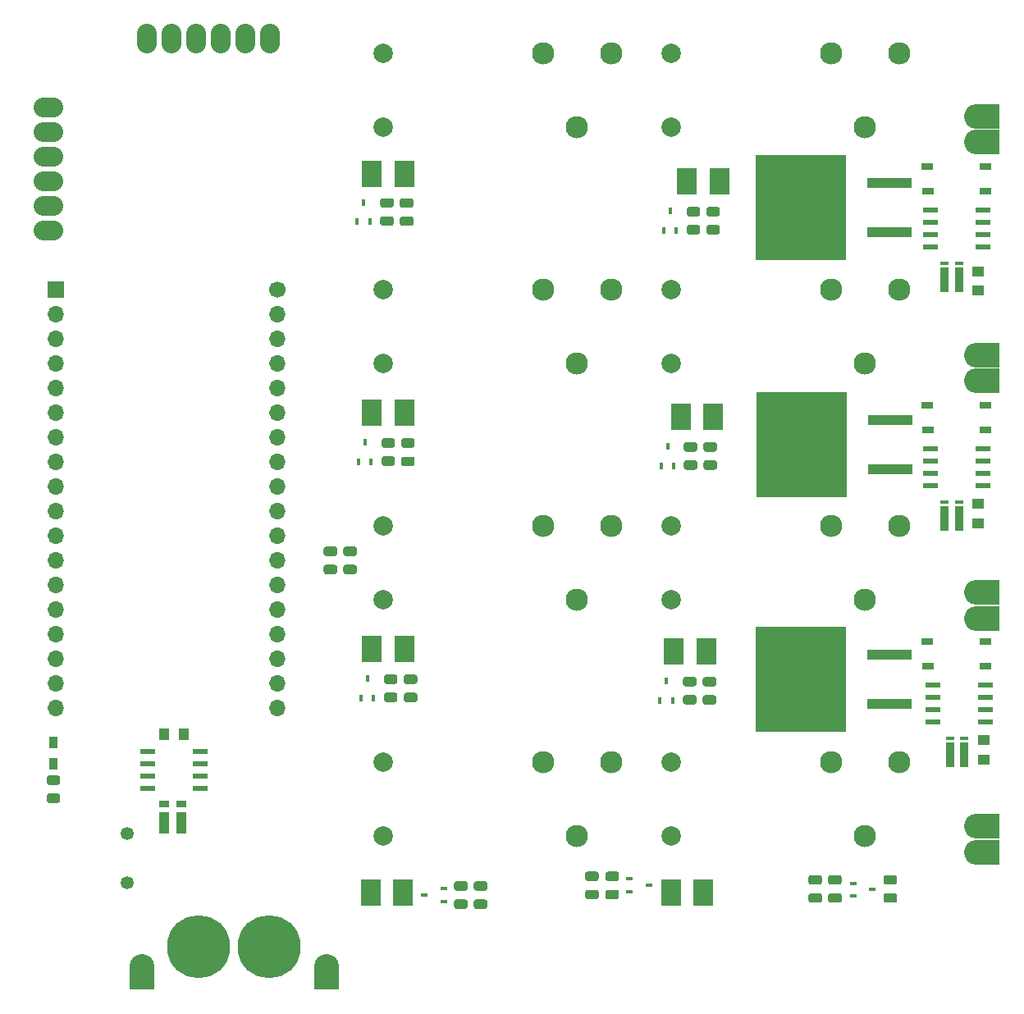
<source format=gbr>
%TF.GenerationSoftware,KiCad,Pcbnew,(5.1.9)-1*%
%TF.CreationDate,2021-06-30T11:05:27-04:00*%
%TF.ProjectId,charging_board_relay,63686172-6769-46e6-975f-626f6172645f,rev?*%
%TF.SameCoordinates,Original*%
%TF.FileFunction,Soldermask,Top*%
%TF.FilePolarity,Negative*%
%FSLAX46Y46*%
G04 Gerber Fmt 4.6, Leading zero omitted, Abs format (unit mm)*
G04 Created by KiCad (PCBNEW (5.1.9)-1) date 2021-06-30 11:05:27*
%MOMM*%
%LPD*%
G01*
G04 APERTURE LIST*
%ADD10R,1.200000X0.800000*%
%ADD11R,2.159000X2.743200*%
%ADD12C,2.000000*%
%ADD13C,2.300000*%
%ADD14R,1.000000X1.250000*%
%ADD15R,1.250000X1.000000*%
%ADD16R,0.900000X1.200000*%
%ADD17C,1.350000*%
%ADD18C,1.651000*%
%ADD19O,2.540000X3.556000*%
%ADD20R,2.540000X1.778000*%
%ADD21C,6.500000*%
%ADD22O,3.048000X2.032000*%
%ADD23O,2.032000X3.048000*%
%ADD24R,1.000000X2.320000*%
%ADD25R,1.000000X0.800000*%
%ADD26R,0.940000X2.650000*%
%ADD27R,0.940000X0.350000*%
%ADD28R,9.400000X10.800000*%
%ADD29R,4.600000X1.100000*%
%ADD30O,1.700000X1.700000*%
%ADD31R,1.700000X1.700000*%
%ADD32C,1.700000*%
%ADD33R,1.550000X0.600000*%
%ADD34O,3.556000X2.540000*%
%ADD35R,1.778000X2.540000*%
%ADD36R,0.450000X0.700000*%
%ADD37R,0.700000X0.450000*%
G04 APERTURE END LIST*
D10*
%TO.C,K9*%
X162718000Y-65786000D03*
X156718000Y-65786000D03*
X156749000Y-68326000D03*
X162718000Y-68326000D03*
%TD*%
%TO.C,K10*%
X162718000Y-90424000D03*
X156718000Y-90424000D03*
X156749000Y-92964000D03*
X162718000Y-92964000D03*
%TD*%
%TO.C,K11*%
X162718000Y-114808000D03*
X156718000Y-114808000D03*
X156749000Y-117348000D03*
X162718000Y-117348000D03*
%TD*%
D11*
%TO.C,D7*%
X130556000Y-115824000D03*
X133908800Y-115824000D03*
%TD*%
%TO.C,D3*%
X102768400Y-115570000D03*
X99415600Y-115570000D03*
%TD*%
%TO.C,R17*%
G36*
G01*
X134163750Y-69949000D02*
X135076250Y-69949000D01*
G75*
G02*
X135320000Y-70192750I0J-243750D01*
G01*
X135320000Y-70680250D01*
G75*
G02*
X135076250Y-70924000I-243750J0D01*
G01*
X134163750Y-70924000D01*
G75*
G02*
X133920000Y-70680250I0J243750D01*
G01*
X133920000Y-70192750D01*
G75*
G02*
X134163750Y-69949000I243750J0D01*
G01*
G37*
G36*
G01*
X134163750Y-71824000D02*
X135076250Y-71824000D01*
G75*
G02*
X135320000Y-72067750I0J-243750D01*
G01*
X135320000Y-72555250D01*
G75*
G02*
X135076250Y-72799000I-243750J0D01*
G01*
X134163750Y-72799000D01*
G75*
G02*
X133920000Y-72555250I0J243750D01*
G01*
X133920000Y-72067750D01*
G75*
G02*
X134163750Y-71824000I243750J0D01*
G01*
G37*
%TD*%
D12*
%TO.C,K3*%
X100584000Y-110490000D03*
X100584000Y-102890000D03*
D13*
X120584000Y-110490000D03*
X117084000Y-102890000D03*
X124084000Y-102890000D03*
%TD*%
D14*
%TO.C,C1*%
X77994000Y-124333000D03*
X79994000Y-124333000D03*
%TD*%
D15*
%TO.C,C2*%
X161925000Y-78597000D03*
X161925000Y-76597000D03*
%TD*%
%TO.C,C3*%
X161925000Y-102600000D03*
X161925000Y-100600000D03*
%TD*%
%TO.C,C4*%
X162560000Y-124984000D03*
X162560000Y-126984000D03*
%TD*%
D11*
%TO.C,D1*%
X102768400Y-66548000D03*
X99415600Y-66548000D03*
%TD*%
%TO.C,D2*%
X102768400Y-91186000D03*
X99415600Y-91186000D03*
%TD*%
%TO.C,D4*%
X99288600Y-140716000D03*
X102641400Y-140716000D03*
%TD*%
%TO.C,D5*%
X131927600Y-67310000D03*
X135280400Y-67310000D03*
%TD*%
%TO.C,D6*%
X131267200Y-91567000D03*
X134620000Y-91567000D03*
%TD*%
%TO.C,D8*%
X130276600Y-140716000D03*
X133629400Y-140716000D03*
%TD*%
D16*
%TO.C,D9*%
X66548000Y-125222000D03*
X66548000Y-127422000D03*
%TD*%
D17*
%TO.C,F1*%
X74168000Y-139700000D03*
X74168000Y-134620000D03*
%TD*%
D18*
%TO.C,J1*%
X75692000Y-148336000D03*
D19*
X75692000Y-148844000D03*
D20*
X75692000Y-149860000D03*
%TD*%
D21*
%TO.C,J2*%
X81534000Y-146304000D03*
X88784000Y-146304000D03*
%TD*%
D20*
%TO.C,J3*%
X94742000Y-149860000D03*
D19*
X94742000Y-148844000D03*
D18*
X94742000Y-148336000D03*
%TD*%
%TO.C,J4*%
X66040000Y-72390000D03*
X66040000Y-69850000D03*
D22*
X66040000Y-72390000D03*
X66040000Y-69850000D03*
X66040000Y-67310000D03*
D18*
X66040000Y-67310000D03*
D22*
X66040000Y-64770000D03*
D18*
X66040000Y-64770000D03*
D22*
X66040000Y-62230000D03*
D18*
X66040000Y-62230000D03*
D22*
X66040000Y-59690000D03*
D18*
X66040000Y-59690000D03*
%TD*%
%TO.C,J5*%
X88900000Y-52578000D03*
D23*
X88900000Y-52578000D03*
D18*
X86360000Y-52578000D03*
D23*
X86360000Y-52578000D03*
D18*
X83820000Y-52578000D03*
D23*
X83820000Y-52578000D03*
D18*
X81280000Y-52578000D03*
D23*
X81280000Y-52578000D03*
X78740000Y-52578000D03*
X76200000Y-52578000D03*
D18*
X78740000Y-52578000D03*
X76200000Y-52578000D03*
%TD*%
D13*
%TO.C,K1*%
X124084000Y-54122000D03*
X117084000Y-54122000D03*
X120584000Y-61722000D03*
D12*
X100584000Y-54122000D03*
X100584000Y-61722000D03*
%TD*%
D13*
%TO.C,K2*%
X124084000Y-78506000D03*
X117084000Y-78506000D03*
X120584000Y-86106000D03*
D12*
X100584000Y-78506000D03*
X100584000Y-86106000D03*
%TD*%
%TO.C,K4*%
X100584000Y-134874000D03*
X100584000Y-127274000D03*
D13*
X120584000Y-134874000D03*
X117084000Y-127274000D03*
X124084000Y-127274000D03*
%TD*%
%TO.C,K5*%
X153802000Y-54122000D03*
X146802000Y-54122000D03*
X150302000Y-61722000D03*
D12*
X130302000Y-54122000D03*
X130302000Y-61722000D03*
%TD*%
%TO.C,K7*%
X130302000Y-110490000D03*
X130302000Y-102890000D03*
D13*
X150302000Y-110490000D03*
X146802000Y-102890000D03*
X153802000Y-102890000D03*
%TD*%
D12*
%TO.C,K8*%
X130302000Y-134874000D03*
X130302000Y-127274000D03*
D13*
X150302000Y-134874000D03*
X146802000Y-127274000D03*
X153802000Y-127274000D03*
%TD*%
%TO.C,R2*%
G36*
G01*
X97611250Y-105976000D02*
X96698750Y-105976000D01*
G75*
G02*
X96455000Y-105732250I0J243750D01*
G01*
X96455000Y-105244750D01*
G75*
G02*
X96698750Y-105001000I243750J0D01*
G01*
X97611250Y-105001000D01*
G75*
G02*
X97855000Y-105244750I0J-243750D01*
G01*
X97855000Y-105732250D01*
G75*
G02*
X97611250Y-105976000I-243750J0D01*
G01*
G37*
G36*
G01*
X97611250Y-107851000D02*
X96698750Y-107851000D01*
G75*
G02*
X96455000Y-107607250I0J243750D01*
G01*
X96455000Y-107119750D01*
G75*
G02*
X96698750Y-106876000I243750J0D01*
G01*
X97611250Y-106876000D01*
G75*
G02*
X97855000Y-107119750I0J-243750D01*
G01*
X97855000Y-107607250D01*
G75*
G02*
X97611250Y-107851000I-243750J0D01*
G01*
G37*
%TD*%
%TO.C,R3*%
G36*
G01*
X95579250Y-107851000D02*
X94666750Y-107851000D01*
G75*
G02*
X94423000Y-107607250I0J243750D01*
G01*
X94423000Y-107119750D01*
G75*
G02*
X94666750Y-106876000I243750J0D01*
G01*
X95579250Y-106876000D01*
G75*
G02*
X95823000Y-107119750I0J-243750D01*
G01*
X95823000Y-107607250D01*
G75*
G02*
X95579250Y-107851000I-243750J0D01*
G01*
G37*
G36*
G01*
X95579250Y-105976000D02*
X94666750Y-105976000D01*
G75*
G02*
X94423000Y-105732250I0J243750D01*
G01*
X94423000Y-105244750D01*
G75*
G02*
X94666750Y-105001000I243750J0D01*
G01*
X95579250Y-105001000D01*
G75*
G02*
X95823000Y-105244750I0J-243750D01*
G01*
X95823000Y-105732250D01*
G75*
G02*
X95579250Y-105976000I-243750J0D01*
G01*
G37*
%TD*%
D24*
%TO.C,R4*%
X78006000Y-133512000D03*
X79756000Y-133512000D03*
D25*
X78006000Y-131572000D03*
X79756000Y-131572000D03*
%TD*%
%TO.C,R9*%
G36*
G01*
X102540750Y-69060000D02*
X103453250Y-69060000D01*
G75*
G02*
X103697000Y-69303750I0J-243750D01*
G01*
X103697000Y-69791250D01*
G75*
G02*
X103453250Y-70035000I-243750J0D01*
G01*
X102540750Y-70035000D01*
G75*
G02*
X102297000Y-69791250I0J243750D01*
G01*
X102297000Y-69303750D01*
G75*
G02*
X102540750Y-69060000I243750J0D01*
G01*
G37*
G36*
G01*
X102540750Y-70935000D02*
X103453250Y-70935000D01*
G75*
G02*
X103697000Y-71178750I0J-243750D01*
G01*
X103697000Y-71666250D01*
G75*
G02*
X103453250Y-71910000I-243750J0D01*
G01*
X102540750Y-71910000D01*
G75*
G02*
X102297000Y-71666250I0J243750D01*
G01*
X102297000Y-71178750D01*
G75*
G02*
X102540750Y-70935000I243750J0D01*
G01*
G37*
%TD*%
%TO.C,R10*%
G36*
G01*
X102667750Y-93837700D02*
X103580250Y-93837700D01*
G75*
G02*
X103824000Y-94081450I0J-243750D01*
G01*
X103824000Y-94568950D01*
G75*
G02*
X103580250Y-94812700I-243750J0D01*
G01*
X102667750Y-94812700D01*
G75*
G02*
X102424000Y-94568950I0J243750D01*
G01*
X102424000Y-94081450D01*
G75*
G02*
X102667750Y-93837700I243750J0D01*
G01*
G37*
G36*
G01*
X102667750Y-95712700D02*
X103580250Y-95712700D01*
G75*
G02*
X103824000Y-95956450I0J-243750D01*
G01*
X103824000Y-96443950D01*
G75*
G02*
X103580250Y-96687700I-243750J0D01*
G01*
X102667750Y-96687700D01*
G75*
G02*
X102424000Y-96443950I0J243750D01*
G01*
X102424000Y-95956450D01*
G75*
G02*
X102667750Y-95712700I243750J0D01*
G01*
G37*
%TD*%
%TO.C,R11*%
G36*
G01*
X102947150Y-118211300D02*
X103859650Y-118211300D01*
G75*
G02*
X104103400Y-118455050I0J-243750D01*
G01*
X104103400Y-118942550D01*
G75*
G02*
X103859650Y-119186300I-243750J0D01*
G01*
X102947150Y-119186300D01*
G75*
G02*
X102703400Y-118942550I0J243750D01*
G01*
X102703400Y-118455050D01*
G75*
G02*
X102947150Y-118211300I243750J0D01*
G01*
G37*
G36*
G01*
X102947150Y-120086300D02*
X103859650Y-120086300D01*
G75*
G02*
X104103400Y-120330050I0J-243750D01*
G01*
X104103400Y-120817550D01*
G75*
G02*
X103859650Y-121061300I-243750J0D01*
G01*
X102947150Y-121061300D01*
G75*
G02*
X102703400Y-120817550I0J243750D01*
G01*
X102703400Y-120330050D01*
G75*
G02*
X102947150Y-120086300I243750J0D01*
G01*
G37*
%TD*%
%TO.C,R12*%
G36*
G01*
X110160750Y-139545000D02*
X111073250Y-139545000D01*
G75*
G02*
X111317000Y-139788750I0J-243750D01*
G01*
X111317000Y-140276250D01*
G75*
G02*
X111073250Y-140520000I-243750J0D01*
G01*
X110160750Y-140520000D01*
G75*
G02*
X109917000Y-140276250I0J243750D01*
G01*
X109917000Y-139788750D01*
G75*
G02*
X110160750Y-139545000I243750J0D01*
G01*
G37*
G36*
G01*
X110160750Y-141420000D02*
X111073250Y-141420000D01*
G75*
G02*
X111317000Y-141663750I0J-243750D01*
G01*
X111317000Y-142151250D01*
G75*
G02*
X111073250Y-142395000I-243750J0D01*
G01*
X110160750Y-142395000D01*
G75*
G02*
X109917000Y-142151250I0J243750D01*
G01*
X109917000Y-141663750D01*
G75*
G02*
X110160750Y-141420000I243750J0D01*
G01*
G37*
%TD*%
%TO.C,R18*%
G36*
G01*
X133858950Y-94229100D02*
X134771450Y-94229100D01*
G75*
G02*
X135015200Y-94472850I0J-243750D01*
G01*
X135015200Y-94960350D01*
G75*
G02*
X134771450Y-95204100I-243750J0D01*
G01*
X133858950Y-95204100D01*
G75*
G02*
X133615200Y-94960350I0J243750D01*
G01*
X133615200Y-94472850D01*
G75*
G02*
X133858950Y-94229100I243750J0D01*
G01*
G37*
G36*
G01*
X133858950Y-96104100D02*
X134771450Y-96104100D01*
G75*
G02*
X135015200Y-96347850I0J-243750D01*
G01*
X135015200Y-96835350D01*
G75*
G02*
X134771450Y-97079100I-243750J0D01*
G01*
X133858950Y-97079100D01*
G75*
G02*
X133615200Y-96835350I0J243750D01*
G01*
X133615200Y-96347850D01*
G75*
G02*
X133858950Y-96104100I243750J0D01*
G01*
G37*
%TD*%
%TO.C,R19*%
G36*
G01*
X133782750Y-120338000D02*
X134695250Y-120338000D01*
G75*
G02*
X134939000Y-120581750I0J-243750D01*
G01*
X134939000Y-121069250D01*
G75*
G02*
X134695250Y-121313000I-243750J0D01*
G01*
X133782750Y-121313000D01*
G75*
G02*
X133539000Y-121069250I0J243750D01*
G01*
X133539000Y-120581750D01*
G75*
G02*
X133782750Y-120338000I243750J0D01*
G01*
G37*
G36*
G01*
X133782750Y-118463000D02*
X134695250Y-118463000D01*
G75*
G02*
X134939000Y-118706750I0J-243750D01*
G01*
X134939000Y-119194250D01*
G75*
G02*
X134695250Y-119438000I-243750J0D01*
G01*
X133782750Y-119438000D01*
G75*
G02*
X133539000Y-119194250I0J243750D01*
G01*
X133539000Y-118706750D01*
G75*
G02*
X133782750Y-118463000I243750J0D01*
G01*
G37*
%TD*%
%TO.C,R20*%
G36*
G01*
X121654250Y-138544000D02*
X122566750Y-138544000D01*
G75*
G02*
X122810500Y-138787750I0J-243750D01*
G01*
X122810500Y-139275250D01*
G75*
G02*
X122566750Y-139519000I-243750J0D01*
G01*
X121654250Y-139519000D01*
G75*
G02*
X121410500Y-139275250I0J243750D01*
G01*
X121410500Y-138787750D01*
G75*
G02*
X121654250Y-138544000I243750J0D01*
G01*
G37*
G36*
G01*
X121654250Y-140419000D02*
X122566750Y-140419000D01*
G75*
G02*
X122810500Y-140662750I0J-243750D01*
G01*
X122810500Y-141150250D01*
G75*
G02*
X122566750Y-141394000I-243750J0D01*
G01*
X121654250Y-141394000D01*
G75*
G02*
X121410500Y-141150250I0J243750D01*
G01*
X121410500Y-140662750D01*
G75*
G02*
X121654250Y-140419000I243750J0D01*
G01*
G37*
%TD*%
D26*
%TO.C,R21*%
X158518000Y-77491000D03*
X159998000Y-77491000D03*
D27*
X158518000Y-75791000D03*
X159998000Y-75791000D03*
%TD*%
D28*
%TO.C,R22*%
X143687800Y-70053200D03*
D29*
X152837800Y-67513200D03*
X152837800Y-72593200D03*
%TD*%
D27*
%TO.C,R23*%
X159998000Y-100429000D03*
X158518000Y-100429000D03*
D26*
X159998000Y-102129000D03*
X158518000Y-102129000D03*
%TD*%
D29*
%TO.C,R24*%
X152914000Y-97028000D03*
X152914000Y-91948000D03*
D28*
X143764000Y-94488000D03*
%TD*%
D27*
%TO.C,R25*%
X160528000Y-124813000D03*
X159048000Y-124813000D03*
D26*
X160528000Y-126513000D03*
X159048000Y-126513000D03*
%TD*%
D28*
%TO.C,R26*%
X143625000Y-118726000D03*
D29*
X152775000Y-116186000D03*
X152775000Y-121266000D03*
%TD*%
%TO.C,R27*%
G36*
G01*
X66091750Y-128623000D02*
X67004250Y-128623000D01*
G75*
G02*
X67248000Y-128866750I0J-243750D01*
G01*
X67248000Y-129354250D01*
G75*
G02*
X67004250Y-129598000I-243750J0D01*
G01*
X66091750Y-129598000D01*
G75*
G02*
X65848000Y-129354250I0J243750D01*
G01*
X65848000Y-128866750D01*
G75*
G02*
X66091750Y-128623000I243750J0D01*
G01*
G37*
G36*
G01*
X66091750Y-130498000D02*
X67004250Y-130498000D01*
G75*
G02*
X67248000Y-130741750I0J-243750D01*
G01*
X67248000Y-131229250D01*
G75*
G02*
X67004250Y-131473000I-243750J0D01*
G01*
X66091750Y-131473000D01*
G75*
G02*
X65848000Y-131229250I0J243750D01*
G01*
X65848000Y-130741750D01*
G75*
G02*
X66091750Y-130498000I243750J0D01*
G01*
G37*
%TD*%
D30*
%TO.C,U1*%
X66802000Y-121666000D03*
X66802000Y-119126000D03*
X66802000Y-116586000D03*
X66802000Y-114046000D03*
X66802000Y-111506000D03*
X66802000Y-108966000D03*
X66802000Y-106426000D03*
X66802000Y-103886000D03*
X66802000Y-101346000D03*
X66802000Y-98806000D03*
X66802000Y-96266000D03*
X66802000Y-93726000D03*
X66802000Y-91186000D03*
X66802000Y-88646000D03*
X66802000Y-86106000D03*
X66802000Y-83566000D03*
X66802000Y-81026000D03*
D31*
X66802000Y-78486000D03*
D30*
X89662000Y-81026000D03*
X89662000Y-114046000D03*
X89662000Y-93726000D03*
X89662000Y-106426000D03*
X89662000Y-119126000D03*
X89662000Y-108966000D03*
X89662000Y-91186000D03*
X89662000Y-96266000D03*
X89662000Y-116586000D03*
X89662000Y-121666000D03*
D32*
X89662000Y-78486000D03*
D30*
X89662000Y-83566000D03*
X89662000Y-103886000D03*
X89662000Y-101346000D03*
X89662000Y-111506000D03*
X89662000Y-86106000D03*
X89662000Y-88646000D03*
X89662000Y-98806000D03*
%TD*%
D33*
%TO.C,U2*%
X81694000Y-129921000D03*
X81694000Y-128651000D03*
X81694000Y-127381000D03*
X81694000Y-126111000D03*
X76294000Y-126111000D03*
X76294000Y-127381000D03*
X76294000Y-128651000D03*
X76294000Y-129921000D03*
%TD*%
%TO.C,U3*%
X157066000Y-74041000D03*
X157066000Y-72771000D03*
X157066000Y-71501000D03*
X157066000Y-70231000D03*
X162466000Y-70231000D03*
X162466000Y-71501000D03*
X162466000Y-72771000D03*
X162466000Y-74041000D03*
%TD*%
%TO.C,U4*%
X162466000Y-98679000D03*
X162466000Y-97409000D03*
X162466000Y-96139000D03*
X162466000Y-94869000D03*
X157066000Y-94869000D03*
X157066000Y-96139000D03*
X157066000Y-97409000D03*
X157066000Y-98679000D03*
%TD*%
%TO.C,U5*%
X157320000Y-123063000D03*
X157320000Y-121793000D03*
X157320000Y-120523000D03*
X157320000Y-119253000D03*
X162720000Y-119253000D03*
X162720000Y-120523000D03*
X162720000Y-121793000D03*
X162720000Y-123063000D03*
%TD*%
D18*
%TO.C,J6*%
X161798000Y-63246000D03*
D34*
X162306000Y-63246000D03*
D35*
X163322000Y-63246000D03*
X163322000Y-60579000D03*
D34*
X162306000Y-60579000D03*
D18*
X161798000Y-60579000D03*
%TD*%
%TO.C,J7*%
X161798000Y-85217000D03*
D34*
X162306000Y-85217000D03*
D35*
X163322000Y-85217000D03*
X163322000Y-87884000D03*
D34*
X162306000Y-87884000D03*
D18*
X161798000Y-87884000D03*
%TD*%
%TO.C,J8*%
X161798000Y-109728000D03*
D34*
X162306000Y-109728000D03*
D35*
X163322000Y-109728000D03*
X163322000Y-112395000D03*
D34*
X162306000Y-112395000D03*
D18*
X161798000Y-112395000D03*
%TD*%
%TO.C,J9*%
X161798000Y-136525000D03*
D34*
X162306000Y-136525000D03*
D35*
X163322000Y-136525000D03*
X163322000Y-133858000D03*
D34*
X162306000Y-133858000D03*
D18*
X161798000Y-133858000D03*
%TD*%
D12*
%TO.C,K6*%
X130302000Y-86106000D03*
X130302000Y-78506000D03*
D13*
X150302000Y-86106000D03*
X146802000Y-78506000D03*
X153802000Y-78506000D03*
%TD*%
D36*
%TO.C,Q1*%
X98552000Y-69485000D03*
X99202000Y-71485000D03*
X97902000Y-71485000D03*
%TD*%
%TO.C,Q2*%
X98029000Y-96250000D03*
X99329000Y-96250000D03*
X98679000Y-94250000D03*
%TD*%
%TO.C,Q3*%
X98933000Y-118634000D03*
X99583000Y-120634000D03*
X98283000Y-120634000D03*
%TD*%
D37*
%TO.C,Q4*%
X106807000Y-141617500D03*
X106807000Y-140317500D03*
X104807000Y-140967500D03*
%TD*%
D36*
%TO.C,Q5*%
X130175000Y-70374000D03*
X130825000Y-72374000D03*
X129525000Y-72374000D03*
%TD*%
%TO.C,Q6*%
X129271000Y-96656400D03*
X130571000Y-96656400D03*
X129921000Y-94656400D03*
%TD*%
%TO.C,Q7*%
X129144000Y-120888000D03*
X130444000Y-120888000D03*
X129794000Y-118888000D03*
%TD*%
D37*
%TO.C,Q8*%
X128000000Y-139954000D03*
X126000000Y-140604000D03*
X126000000Y-139304000D03*
%TD*%
%TO.C,Q9*%
X151061001Y-140390001D03*
X149061001Y-141040001D03*
X149061001Y-139740001D03*
%TD*%
%TO.C,R1*%
G36*
G01*
X144704750Y-140785000D02*
X145617250Y-140785000D01*
G75*
G02*
X145861000Y-141028750I0J-243750D01*
G01*
X145861000Y-141516250D01*
G75*
G02*
X145617250Y-141760000I-243750J0D01*
G01*
X144704750Y-141760000D01*
G75*
G02*
X144461000Y-141516250I0J243750D01*
G01*
X144461000Y-141028750D01*
G75*
G02*
X144704750Y-140785000I243750J0D01*
G01*
G37*
G36*
G01*
X144704750Y-138910000D02*
X145617250Y-138910000D01*
G75*
G02*
X145861000Y-139153750I0J-243750D01*
G01*
X145861000Y-139641250D01*
G75*
G02*
X145617250Y-139885000I-243750J0D01*
G01*
X144704750Y-139885000D01*
G75*
G02*
X144461000Y-139641250I0J243750D01*
G01*
X144461000Y-139153750D01*
G75*
G02*
X144704750Y-138910000I243750J0D01*
G01*
G37*
%TD*%
%TO.C,R5*%
G36*
G01*
X100508750Y-70920000D02*
X101421250Y-70920000D01*
G75*
G02*
X101665000Y-71163750I0J-243750D01*
G01*
X101665000Y-71651250D01*
G75*
G02*
X101421250Y-71895000I-243750J0D01*
G01*
X100508750Y-71895000D01*
G75*
G02*
X100265000Y-71651250I0J243750D01*
G01*
X100265000Y-71163750D01*
G75*
G02*
X100508750Y-70920000I243750J0D01*
G01*
G37*
G36*
G01*
X100508750Y-69045000D02*
X101421250Y-69045000D01*
G75*
G02*
X101665000Y-69288750I0J-243750D01*
G01*
X101665000Y-69776250D01*
G75*
G02*
X101421250Y-70020000I-243750J0D01*
G01*
X100508750Y-70020000D01*
G75*
G02*
X100265000Y-69776250I0J243750D01*
G01*
X100265000Y-69288750D01*
G75*
G02*
X100508750Y-69045000I243750J0D01*
G01*
G37*
%TD*%
%TO.C,R6*%
G36*
G01*
X100635750Y-95700000D02*
X101548250Y-95700000D01*
G75*
G02*
X101792000Y-95943750I0J-243750D01*
G01*
X101792000Y-96431250D01*
G75*
G02*
X101548250Y-96675000I-243750J0D01*
G01*
X100635750Y-96675000D01*
G75*
G02*
X100392000Y-96431250I0J243750D01*
G01*
X100392000Y-95943750D01*
G75*
G02*
X100635750Y-95700000I243750J0D01*
G01*
G37*
G36*
G01*
X100635750Y-93825000D02*
X101548250Y-93825000D01*
G75*
G02*
X101792000Y-94068750I0J-243750D01*
G01*
X101792000Y-94556250D01*
G75*
G02*
X101548250Y-94800000I-243750J0D01*
G01*
X100635750Y-94800000D01*
G75*
G02*
X100392000Y-94556250I0J243750D01*
G01*
X100392000Y-94068750D01*
G75*
G02*
X100635750Y-93825000I243750J0D01*
G01*
G37*
%TD*%
%TO.C,R7*%
G36*
G01*
X100889750Y-120084000D02*
X101802250Y-120084000D01*
G75*
G02*
X102046000Y-120327750I0J-243750D01*
G01*
X102046000Y-120815250D01*
G75*
G02*
X101802250Y-121059000I-243750J0D01*
G01*
X100889750Y-121059000D01*
G75*
G02*
X100646000Y-120815250I0J243750D01*
G01*
X100646000Y-120327750D01*
G75*
G02*
X100889750Y-120084000I243750J0D01*
G01*
G37*
G36*
G01*
X100889750Y-118209000D02*
X101802250Y-118209000D01*
G75*
G02*
X102046000Y-118452750I0J-243750D01*
G01*
X102046000Y-118940250D01*
G75*
G02*
X101802250Y-119184000I-243750J0D01*
G01*
X100889750Y-119184000D01*
G75*
G02*
X100646000Y-118940250I0J243750D01*
G01*
X100646000Y-118452750D01*
G75*
G02*
X100889750Y-118209000I243750J0D01*
G01*
G37*
%TD*%
%TO.C,R8*%
G36*
G01*
X109041250Y-142395000D02*
X108128750Y-142395000D01*
G75*
G02*
X107885000Y-142151250I0J243750D01*
G01*
X107885000Y-141663750D01*
G75*
G02*
X108128750Y-141420000I243750J0D01*
G01*
X109041250Y-141420000D01*
G75*
G02*
X109285000Y-141663750I0J-243750D01*
G01*
X109285000Y-142151250D01*
G75*
G02*
X109041250Y-142395000I-243750J0D01*
G01*
G37*
G36*
G01*
X109041250Y-140520000D02*
X108128750Y-140520000D01*
G75*
G02*
X107885000Y-140276250I0J243750D01*
G01*
X107885000Y-139788750D01*
G75*
G02*
X108128750Y-139545000I243750J0D01*
G01*
X109041250Y-139545000D01*
G75*
G02*
X109285000Y-139788750I0J-243750D01*
G01*
X109285000Y-140276250D01*
G75*
G02*
X109041250Y-140520000I-243750J0D01*
G01*
G37*
%TD*%
%TO.C,R13*%
G36*
G01*
X132131750Y-69949000D02*
X133044250Y-69949000D01*
G75*
G02*
X133288000Y-70192750I0J-243750D01*
G01*
X133288000Y-70680250D01*
G75*
G02*
X133044250Y-70924000I-243750J0D01*
G01*
X132131750Y-70924000D01*
G75*
G02*
X131888000Y-70680250I0J243750D01*
G01*
X131888000Y-70192750D01*
G75*
G02*
X132131750Y-69949000I243750J0D01*
G01*
G37*
G36*
G01*
X132131750Y-71824000D02*
X133044250Y-71824000D01*
G75*
G02*
X133288000Y-72067750I0J-243750D01*
G01*
X133288000Y-72555250D01*
G75*
G02*
X133044250Y-72799000I-243750J0D01*
G01*
X132131750Y-72799000D01*
G75*
G02*
X131888000Y-72555250I0J243750D01*
G01*
X131888000Y-72067750D01*
G75*
G02*
X132131750Y-71824000I243750J0D01*
G01*
G37*
%TD*%
%TO.C,R14*%
G36*
G01*
X131826950Y-94231400D02*
X132739450Y-94231400D01*
G75*
G02*
X132983200Y-94475150I0J-243750D01*
G01*
X132983200Y-94962650D01*
G75*
G02*
X132739450Y-95206400I-243750J0D01*
G01*
X131826950Y-95206400D01*
G75*
G02*
X131583200Y-94962650I0J243750D01*
G01*
X131583200Y-94475150D01*
G75*
G02*
X131826950Y-94231400I243750J0D01*
G01*
G37*
G36*
G01*
X131826950Y-96106400D02*
X132739450Y-96106400D01*
G75*
G02*
X132983200Y-96350150I0J-243750D01*
G01*
X132983200Y-96837650D01*
G75*
G02*
X132739450Y-97081400I-243750J0D01*
G01*
X131826950Y-97081400D01*
G75*
G02*
X131583200Y-96837650I0J243750D01*
G01*
X131583200Y-96350150D01*
G75*
G02*
X131826950Y-96106400I243750J0D01*
G01*
G37*
%TD*%
%TO.C,R15*%
G36*
G01*
X131750750Y-118448000D02*
X132663250Y-118448000D01*
G75*
G02*
X132907000Y-118691750I0J-243750D01*
G01*
X132907000Y-119179250D01*
G75*
G02*
X132663250Y-119423000I-243750J0D01*
G01*
X131750750Y-119423000D01*
G75*
G02*
X131507000Y-119179250I0J243750D01*
G01*
X131507000Y-118691750D01*
G75*
G02*
X131750750Y-118448000I243750J0D01*
G01*
G37*
G36*
G01*
X131750750Y-120323000D02*
X132663250Y-120323000D01*
G75*
G02*
X132907000Y-120566750I0J-243750D01*
G01*
X132907000Y-121054250D01*
G75*
G02*
X132663250Y-121298000I-243750J0D01*
G01*
X131750750Y-121298000D01*
G75*
G02*
X131507000Y-121054250I0J243750D01*
G01*
X131507000Y-120566750D01*
G75*
G02*
X131750750Y-120323000I243750J0D01*
G01*
G37*
%TD*%
%TO.C,R16*%
G36*
G01*
X123749750Y-140427100D02*
X124662250Y-140427100D01*
G75*
G02*
X124906000Y-140670850I0J-243750D01*
G01*
X124906000Y-141158350D01*
G75*
G02*
X124662250Y-141402100I-243750J0D01*
G01*
X123749750Y-141402100D01*
G75*
G02*
X123506000Y-141158350I0J243750D01*
G01*
X123506000Y-140670850D01*
G75*
G02*
X123749750Y-140427100I243750J0D01*
G01*
G37*
G36*
G01*
X123749750Y-138552100D02*
X124662250Y-138552100D01*
G75*
G02*
X124906000Y-138795850I0J-243750D01*
G01*
X124906000Y-139283350D01*
G75*
G02*
X124662250Y-139527100I-243750J0D01*
G01*
X123749750Y-139527100D01*
G75*
G02*
X123506000Y-139283350I0J243750D01*
G01*
X123506000Y-138795850D01*
G75*
G02*
X123749750Y-138552100I243750J0D01*
G01*
G37*
%TD*%
%TO.C,R28*%
G36*
G01*
X147649250Y-139885000D02*
X146736750Y-139885000D01*
G75*
G02*
X146493000Y-139641250I0J243750D01*
G01*
X146493000Y-139153750D01*
G75*
G02*
X146736750Y-138910000I243750J0D01*
G01*
X147649250Y-138910000D01*
G75*
G02*
X147893000Y-139153750I0J-243750D01*
G01*
X147893000Y-139641250D01*
G75*
G02*
X147649250Y-139885000I-243750J0D01*
G01*
G37*
G36*
G01*
X147649250Y-141760000D02*
X146736750Y-141760000D01*
G75*
G02*
X146493000Y-141516250I0J243750D01*
G01*
X146493000Y-141028750D01*
G75*
G02*
X146736750Y-140785000I243750J0D01*
G01*
X147649250Y-140785000D01*
G75*
G02*
X147893000Y-141028750I0J-243750D01*
G01*
X147893000Y-141516250D01*
G75*
G02*
X147649250Y-141760000I-243750J0D01*
G01*
G37*
%TD*%
%TO.C,R29*%
G36*
G01*
X152451750Y-138910000D02*
X153364250Y-138910000D01*
G75*
G02*
X153608000Y-139153750I0J-243750D01*
G01*
X153608000Y-139641250D01*
G75*
G02*
X153364250Y-139885000I-243750J0D01*
G01*
X152451750Y-139885000D01*
G75*
G02*
X152208000Y-139641250I0J243750D01*
G01*
X152208000Y-139153750D01*
G75*
G02*
X152451750Y-138910000I243750J0D01*
G01*
G37*
G36*
G01*
X152451750Y-140785000D02*
X153364250Y-140785000D01*
G75*
G02*
X153608000Y-141028750I0J-243750D01*
G01*
X153608000Y-141516250D01*
G75*
G02*
X153364250Y-141760000I-243750J0D01*
G01*
X152451750Y-141760000D01*
G75*
G02*
X152208000Y-141516250I0J243750D01*
G01*
X152208000Y-141028750D01*
G75*
G02*
X152451750Y-140785000I243750J0D01*
G01*
G37*
%TD*%
M02*

</source>
